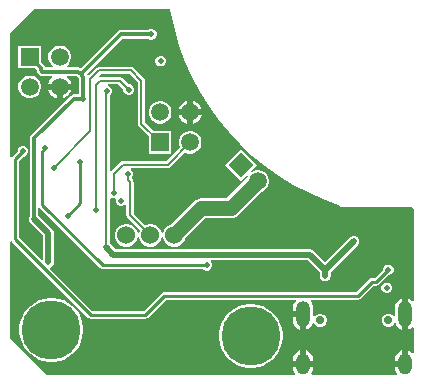
<source format=gbl>
G04*
G04 #@! TF.GenerationSoftware,Altium Limited,Altium Designer,21.9.1 (22)*
G04*
G04 Layer_Physical_Order=2*
G04 Layer_Color=16711680*
%FSLAX25Y25*%
%MOIN*%
G70*
G04*
G04 #@! TF.SameCoordinates,A7415FA3-026C-4748-ABA7-5A76E8C983D3*
G04*
G04*
G04 #@! TF.FilePolarity,Positive*
G04*
G01*
G75*
%ADD12C,0.01000*%
%ADD14C,0.00800*%
%ADD41C,0.05984*%
%ADD42R,0.05984X0.05984*%
%ADD43R,0.05984X0.05984*%
%ADD51C,0.02000*%
%ADD52C,0.01200*%
%ADD53C,0.05000*%
%ADD55C,0.05906*%
%ADD56P,0.08352X4X360.0*%
%ADD57C,0.06000*%
%ADD58O,0.04724X0.08661*%
%ADD59O,0.04724X0.07087*%
%ADD60C,0.02756*%
%ADD61C,0.19685*%
%ADD62C,0.01968*%
G36*
X270758Y390694D02*
X272017Y385295D01*
X273627Y379990D01*
X275580Y374801D01*
X277868Y369751D01*
X280481Y364861D01*
X283409Y360153D01*
X286638Y355647D01*
X290155Y351361D01*
X293945Y347315D01*
X297991Y343525D01*
X302277Y340008D01*
X306784Y336778D01*
X311492Y333851D01*
X316381Y331237D01*
X321431Y328949D01*
X326620Y326996D01*
X327037Y326870D01*
X327574Y326511D01*
X328355Y326356D01*
X350394D01*
X350438Y326364D01*
X350957Y326261D01*
X351435Y325942D01*
X351754Y325464D01*
X351858Y324944D01*
X351849Y324901D01*
Y295157D01*
X351375Y294997D01*
X351341Y295041D01*
X350639Y295580D01*
X349943Y295868D01*
Y290674D01*
Y285481D01*
X350639Y285769D01*
X351341Y286308D01*
X351375Y286352D01*
X351849Y286192D01*
Y277913D01*
X351375Y277752D01*
X351341Y277797D01*
X350639Y278336D01*
X349943Y278624D01*
Y274218D01*
X348943D01*
Y273218D01*
X345552D01*
Y273037D01*
X345668Y272159D01*
X346006Y271341D01*
X346309Y270947D01*
X346062Y270447D01*
X317809D01*
X317562Y270947D01*
X317865Y271341D01*
X318203Y272159D01*
X318319Y273037D01*
Y273218D01*
X311537D01*
Y273037D01*
X311652Y272159D01*
X311991Y271341D01*
X312293Y270947D01*
X312047Y270447D01*
X229339D01*
X217211Y282575D01*
Y314823D01*
X217711Y314975D01*
X217822Y314808D01*
X243110Y289521D01*
X243536Y289236D01*
X244038Y289136D01*
X262251D01*
X262753Y289236D01*
X263179Y289521D01*
X269150Y295492D01*
X312377D01*
X312403Y295414D01*
X312492Y294992D01*
X311991Y294338D01*
X311652Y293521D01*
X311537Y292643D01*
Y291674D01*
X314928D01*
Y290674D01*
X315928D01*
Y285481D01*
X316623Y285769D01*
X317326Y286308D01*
X317865Y287010D01*
X318120Y287626D01*
X318661Y287626D01*
X318722Y287479D01*
X319331Y286870D01*
X320127Y286540D01*
X320988D01*
X321784Y286870D01*
X322393Y287479D01*
X322723Y288275D01*
Y289137D01*
X322393Y289932D01*
X321784Y290542D01*
X320988Y290871D01*
X320127D01*
X319331Y290542D01*
X318819Y290030D01*
X318365Y290154D01*
X318319Y290183D01*
Y292643D01*
X318203Y293521D01*
X317865Y294338D01*
X317363Y294992D01*
X317452Y295414D01*
X317479Y295492D01*
X333106D01*
X333608Y295592D01*
X334034Y295876D01*
X338294Y300136D01*
X339251D01*
X339753Y300236D01*
X340179Y300521D01*
X343335Y303677D01*
X343603D01*
X344254Y303947D01*
X344753Y304445D01*
X345022Y305096D01*
Y305801D01*
X344753Y306452D01*
X344254Y306951D01*
X343603Y307221D01*
X342898D01*
X342247Y306951D01*
X341749Y306452D01*
X341479Y305801D01*
Y305534D01*
X338707Y302761D01*
X337751D01*
X337248Y302661D01*
X336822Y302377D01*
X332562Y298117D01*
X268606D01*
X268104Y298017D01*
X267678Y297732D01*
X261707Y291761D01*
X244582D01*
X230567Y305776D01*
X230565Y305785D01*
X230696Y306309D01*
X230719Y306331D01*
X230914Y306461D01*
X231004Y306498D01*
X231072Y306567D01*
X231289Y306711D01*
X231433Y306928D01*
X231502Y306996D01*
X231539Y307086D01*
X231684Y307303D01*
X231734Y307558D01*
X231772Y307648D01*
Y307745D01*
X231822Y308000D01*
Y317699D01*
X231822Y317699D01*
X231684Y318397D01*
X231289Y318988D01*
X231289Y318988D01*
X226665Y323611D01*
Y325987D01*
X226800Y326082D01*
X227165Y326178D01*
X247322Y306021D01*
X247748Y305736D01*
X248251Y305636D01*
X281558D01*
X281747Y305447D01*
X282398Y305177D01*
X283103D01*
X283754Y305447D01*
X284253Y305945D01*
X284522Y306596D01*
Y307301D01*
X284253Y307952D01*
X284027Y308178D01*
X284234Y308678D01*
X316444D01*
X320428Y304694D01*
Y303449D01*
X320479Y303194D01*
Y303096D01*
X320516Y303007D01*
X320567Y302751D01*
X320711Y302535D01*
X320749Y302445D01*
X320817Y302377D01*
X320962Y302160D01*
X321178Y302016D01*
X321247Y301947D01*
X321337Y301910D01*
X321553Y301765D01*
X321808Y301714D01*
X321898Y301677D01*
X321995D01*
X322251Y301626D01*
X322506Y301677D01*
X322603D01*
X322693Y301714D01*
X322948Y301765D01*
X323164Y301910D01*
X323254Y301947D01*
X323323Y302016D01*
X323539Y302160D01*
X323684Y302377D01*
X323752Y302445D01*
X323790Y302535D01*
X323934Y302751D01*
X323985Y303007D01*
X324022Y303096D01*
Y303194D01*
X324073Y303449D01*
Y304694D01*
X333039Y313660D01*
X333184Y313877D01*
X333253Y313945D01*
X333290Y314035D01*
X333434Y314251D01*
X333485Y314507D01*
X333522Y314596D01*
Y314693D01*
X333573Y314949D01*
X333522Y315204D01*
Y315301D01*
X333485Y315391D01*
X333434Y315646D01*
X333290Y315863D01*
X333253Y315952D01*
X333184Y316021D01*
X333039Y316237D01*
X332823Y316382D01*
X332754Y316451D01*
X332664Y316488D01*
X332448Y316633D01*
X332193Y316683D01*
X332103Y316721D01*
X332006D01*
X331751Y316771D01*
X331495Y316721D01*
X331398D01*
X331308Y316683D01*
X331053Y316633D01*
X330837Y316488D01*
X330747Y316451D01*
X330678Y316382D01*
X330462Y316237D01*
X322251Y308026D01*
X318488Y311789D01*
X317897Y312184D01*
X317199Y312322D01*
X317199Y312322D01*
X252415D01*
X250500Y314237D01*
X250422Y314290D01*
Y329186D01*
X250922Y329441D01*
X251398Y329244D01*
X252103D01*
X252125Y329253D01*
X252508Y328871D01*
X252479Y328801D01*
Y328096D01*
X252749Y327445D01*
X253247Y326947D01*
X253898Y326677D01*
X254603D01*
X255254Y326947D01*
X255501Y327193D01*
X256001Y326986D01*
Y323632D01*
X256000Y323632D01*
X256093Y323169D01*
X256355Y322776D01*
X260536Y318595D01*
X260406Y318370D01*
X260194Y317579D01*
X259677D01*
X259465Y318370D01*
X258966Y319233D01*
X258261Y319938D01*
X257398Y320437D01*
X256434Y320695D01*
X255437D01*
X254474Y320437D01*
X253610Y319938D01*
X252905Y319233D01*
X252406Y318370D01*
X252148Y317406D01*
Y316409D01*
X252406Y315446D01*
X252905Y314582D01*
X253610Y313877D01*
X254474Y313378D01*
X255437Y313120D01*
X256434D01*
X257398Y313378D01*
X258261Y313877D01*
X258966Y314582D01*
X259465Y315446D01*
X259677Y316237D01*
X260194D01*
X260406Y315446D01*
X260905Y314582D01*
X261610Y313877D01*
X262474Y313378D01*
X263437Y313120D01*
X264434D01*
X265398Y313378D01*
X266261Y313877D01*
X266966Y314582D01*
X267465Y315446D01*
X267677Y316237D01*
X268195D01*
X268406Y315446D01*
X268905Y314582D01*
X269610Y313877D01*
X270474Y313378D01*
X271437Y313120D01*
X272434D01*
X273397Y313378D01*
X274261Y313877D01*
X274966Y314582D01*
X275465Y315446D01*
X275575Y315858D01*
X282339Y322621D01*
X290700D01*
X291558Y322734D01*
X292358Y323066D01*
X293044Y323593D01*
X300827Y331376D01*
X301155Y331464D01*
X302008Y331956D01*
X302704Y332652D01*
X303197Y333505D01*
X303451Y334456D01*
Y335441D01*
X303197Y336392D01*
X302704Y337245D01*
X302008Y337942D01*
X301155Y338434D01*
X300204Y338689D01*
X299219D01*
X298268Y338434D01*
X297770Y338147D01*
X297463Y338547D01*
X299433Y340517D01*
X294143Y345806D01*
X288854Y340517D01*
X294143Y335227D01*
X296113Y337197D01*
X296513Y336890D01*
X296226Y336392D01*
X296138Y336065D01*
X289326Y329253D01*
X280965D01*
X280107Y329140D01*
X279307Y328809D01*
X278621Y328282D01*
X270886Y320548D01*
X270474Y320437D01*
X269610Y319938D01*
X268905Y319233D01*
X268406Y318370D01*
X268195Y317579D01*
X267677D01*
X267465Y318370D01*
X266966Y319233D01*
X266261Y319938D01*
X265398Y320437D01*
X264434Y320695D01*
X263437D01*
X262474Y320437D01*
X262248Y320307D01*
X258422Y324134D01*
Y334708D01*
X258330Y335171D01*
X258067Y335564D01*
X258067Y335564D01*
X257802Y335829D01*
Y336221D01*
X257870Y336289D01*
X258139Y336940D01*
Y337645D01*
X257870Y338296D01*
X257427Y338738D01*
X257469Y339001D01*
X257581Y339238D01*
X269711D01*
X269711Y339238D01*
X270175Y339330D01*
X270567Y339593D01*
X275530Y344555D01*
X275752Y344427D01*
X276714Y344169D01*
X277709D01*
X278670Y344427D01*
X279532Y344924D01*
X280236Y345628D01*
X280733Y346490D01*
X280991Y347451D01*
Y348446D01*
X280733Y349408D01*
X280236Y350270D01*
X279532Y350973D01*
X278670Y351471D01*
X277709Y351728D01*
X276714D01*
X275752Y351471D01*
X274890Y350973D01*
X274187Y350270D01*
X273689Y349408D01*
X273432Y348446D01*
Y347451D01*
X273689Y346490D01*
X273818Y346268D01*
X269210Y341659D01*
X254751D01*
X254751Y341659D01*
X254287Y341567D01*
X253894Y341305D01*
X250922Y338332D01*
X250805Y338341D01*
X250422Y338497D01*
Y363577D01*
X250868Y364022D01*
X251137Y364673D01*
Y365378D01*
X250868Y366029D01*
X250369Y366528D01*
X249861Y366738D01*
X249961Y367238D01*
X253289D01*
X254979Y365548D01*
Y365136D01*
X255249Y364485D01*
X255747Y363986D01*
X256398Y363717D01*
X257103D01*
X257754Y363986D01*
X258253Y364485D01*
X258522Y365136D01*
Y365841D01*
X258253Y366492D01*
X257754Y366990D01*
X257103Y367260D01*
X256691D01*
X254646Y369305D01*
X254253Y369567D01*
X253790Y369659D01*
X253790Y369659D01*
X247251D01*
X247036Y369617D01*
X246790Y370078D01*
X247501Y370789D01*
X256998D01*
X259789Y367999D01*
Y354160D01*
X259789Y354160D01*
X259881Y353697D01*
X260144Y353304D01*
X263432Y350016D01*
Y344169D01*
X270991D01*
Y351728D01*
X265144D01*
X262211Y354661D01*
Y368500D01*
X262211Y368500D01*
X262119Y368963D01*
X261856Y369356D01*
X261856Y369356D01*
X258356Y372856D01*
X257963Y373118D01*
X257500Y373211D01*
X257500Y373211D01*
X247000D01*
X247000Y373211D01*
X246537Y373118D01*
X246144Y372856D01*
X243584Y370296D01*
X243077Y370427D01*
X242936Y370820D01*
X254650Y382534D01*
X263160D01*
X263247Y382447D01*
X263898Y382177D01*
X264603D01*
X265254Y382447D01*
X265753Y382945D01*
X266022Y383596D01*
Y384301D01*
X265753Y384952D01*
X265254Y385451D01*
X264603Y385720D01*
X263898D01*
X263247Y385451D01*
X263160Y385363D01*
X254065D01*
X253523Y385256D01*
X253064Y384949D01*
X240770Y372654D01*
X240541Y372807D01*
X240000Y372915D01*
X236188D01*
X236054Y373415D01*
X236071Y373424D01*
X236775Y374128D01*
X237273Y374990D01*
X237530Y375951D01*
Y376946D01*
X237273Y377908D01*
X236775Y378769D01*
X236071Y379473D01*
X235209Y379971D01*
X234248Y380228D01*
X233253D01*
X232292Y379971D01*
X231430Y379473D01*
X230726Y378769D01*
X230229Y377908D01*
X229971Y376946D01*
Y375951D01*
X230229Y374990D01*
X230726Y374128D01*
X231430Y373424D01*
X231447Y373415D01*
X231313Y372915D01*
X228874D01*
X228809Y373238D01*
X228503Y373697D01*
X227530Y374670D01*
Y380228D01*
X219971D01*
Y372669D01*
X225530D01*
X226088Y372111D01*
Y371998D01*
X226195Y371456D01*
X226502Y370997D01*
X227000Y370500D01*
X227459Y370193D01*
X228000Y370085D01*
X231160D01*
X231241Y369585D01*
X230556Y368900D01*
X230030Y367990D01*
X229886Y367449D01*
X233751D01*
X237616D01*
X237471Y367990D01*
X236945Y368900D01*
X236260Y369585D01*
X236342Y370085D01*
X239414D01*
X240201Y369298D01*
Y363915D01*
X238500D01*
X237959Y363807D01*
X237500Y363500D01*
X224250Y350251D01*
X223944Y349792D01*
X223836Y349251D01*
Y323549D01*
X223817Y323521D01*
X223749Y323452D01*
X223711Y323363D01*
X223567Y323146D01*
X223516Y322891D01*
X223479Y322801D01*
Y322704D01*
X223428Y322449D01*
X223479Y322194D01*
Y322096D01*
X223516Y322007D01*
X223567Y321751D01*
X223711Y321535D01*
X223749Y321445D01*
X223817Y321377D01*
X223962Y321160D01*
X228178Y316945D01*
Y308819D01*
X227716Y308627D01*
X220063Y316280D01*
Y341707D01*
X221585Y343228D01*
X221852D01*
X222504Y343498D01*
X223002Y343996D01*
X223272Y344648D01*
Y345352D01*
X223002Y346004D01*
X222504Y346502D01*
X221852Y346772D01*
X221148D01*
X220496Y346502D01*
X219998Y346004D01*
X219728Y345352D01*
Y345085D01*
X217822Y343179D01*
X217711Y343012D01*
X217211Y343164D01*
Y384327D01*
X225305Y392422D01*
X270473D01*
X270758Y390694D01*
D02*
G37*
%LPC*%
G36*
X267739Y376784D02*
X267034D01*
X266383Y376515D01*
X265884Y376016D01*
X265615Y375365D01*
Y374660D01*
X265884Y374009D01*
X266383Y373511D01*
X267034Y373241D01*
X267739D01*
X268390Y373511D01*
X268888Y374009D01*
X269158Y374660D01*
Y375365D01*
X268888Y376016D01*
X268390Y376515D01*
X267739Y376784D01*
D02*
G37*
G36*
X224248Y370228D02*
X223253D01*
X222292Y369971D01*
X221430Y369473D01*
X220726Y368770D01*
X220229Y367908D01*
X219971Y366946D01*
Y365951D01*
X220229Y364990D01*
X220726Y364128D01*
X221430Y363424D01*
X222292Y362927D01*
X223253Y362669D01*
X224248D01*
X225209Y362927D01*
X226071Y363424D01*
X226775Y364128D01*
X227273Y364990D01*
X227530Y365951D01*
Y366946D01*
X227273Y367908D01*
X226775Y368770D01*
X226071Y369473D01*
X225209Y369971D01*
X224248Y370228D01*
D02*
G37*
G36*
X237616Y365449D02*
X234751D01*
Y362584D01*
X235292Y362729D01*
X236202Y363254D01*
X236945Y363998D01*
X237471Y364908D01*
X237616Y365449D01*
D02*
G37*
G36*
X232751D02*
X229886D01*
X230030Y364908D01*
X230556Y363998D01*
X231299Y363254D01*
X232210Y362729D01*
X232751Y362584D01*
Y365449D01*
D02*
G37*
G36*
X278211Y361814D02*
Y358949D01*
X281076D01*
X280931Y359490D01*
X280406Y360400D01*
X279662Y361143D01*
X278752Y361669D01*
X278211Y361814D01*
D02*
G37*
G36*
X276211D02*
X275670Y361669D01*
X274760Y361143D01*
X274017Y360400D01*
X273491Y359490D01*
X273346Y358949D01*
X276211D01*
Y361814D01*
D02*
G37*
G36*
X267709Y361728D02*
X266714D01*
X265752Y361471D01*
X264891Y360973D01*
X264187Y360269D01*
X263689Y359408D01*
X263432Y358446D01*
Y357451D01*
X263689Y356490D01*
X264187Y355628D01*
X264891Y354924D01*
X265752Y354427D01*
X266714Y354169D01*
X267709D01*
X268670Y354427D01*
X269532Y354924D01*
X270236Y355628D01*
X270733Y356490D01*
X270991Y357451D01*
Y358446D01*
X270733Y359408D01*
X270236Y360269D01*
X269532Y360973D01*
X268670Y361471D01*
X267709Y361728D01*
D02*
G37*
G36*
X281076Y356949D02*
X278211D01*
Y354084D01*
X278752Y354229D01*
X279662Y354754D01*
X280406Y355498D01*
X280931Y356408D01*
X281076Y356949D01*
D02*
G37*
G36*
X276211D02*
X273346D01*
X273491Y356408D01*
X274017Y355498D01*
X274760Y354754D01*
X275670Y354229D01*
X276211Y354084D01*
Y356949D01*
D02*
G37*
G36*
X343103Y301220D02*
X342398D01*
X341747Y300951D01*
X341249Y300452D01*
X340979Y299801D01*
Y299096D01*
X341249Y298445D01*
X341747Y297947D01*
X342398Y297677D01*
X343103D01*
X343754Y297947D01*
X344252Y298445D01*
X344522Y299096D01*
Y299801D01*
X344252Y300452D01*
X343754Y300951D01*
X343103Y301220D01*
D02*
G37*
G36*
X347943Y295868D02*
X347248Y295580D01*
X346545Y295041D01*
X346006Y294338D01*
X345668Y293521D01*
X345552Y292643D01*
Y290183D01*
X345507Y290155D01*
X345052Y290030D01*
X344540Y290542D01*
X343744Y290871D01*
X342883D01*
X342087Y290542D01*
X341478Y289932D01*
X341148Y289137D01*
Y288275D01*
X341478Y287479D01*
X342087Y286870D01*
X342883Y286540D01*
X343744D01*
X344540Y286870D01*
X345149Y287479D01*
X345210Y287626D01*
X345751Y287626D01*
X346006Y287010D01*
X346545Y286308D01*
X347248Y285769D01*
X347943Y285481D01*
Y290674D01*
Y295868D01*
D02*
G37*
G36*
X313928Y289674D02*
X311537D01*
Y288706D01*
X311652Y287828D01*
X311991Y287010D01*
X312530Y286308D01*
X313232Y285769D01*
X313928Y285481D01*
Y289674D01*
D02*
G37*
G36*
X347943Y278624D02*
X347248Y278336D01*
X346545Y277797D01*
X346006Y277095D01*
X345668Y276277D01*
X345552Y275399D01*
Y275218D01*
X347943D01*
Y278624D01*
D02*
G37*
G36*
X315928D02*
Y275218D01*
X318319D01*
Y275399D01*
X318203Y276277D01*
X317865Y277095D01*
X317326Y277797D01*
X316623Y278336D01*
X315928Y278624D01*
D02*
G37*
G36*
X313928D02*
X313232Y278336D01*
X312530Y277797D01*
X311991Y277095D01*
X311652Y276277D01*
X311537Y275399D01*
Y275218D01*
X313928D01*
Y278624D01*
D02*
G37*
G36*
X231772Y296038D02*
X230099D01*
X228447Y295776D01*
X226855Y295259D01*
X225364Y294499D01*
X224011Y293516D01*
X222828Y292333D01*
X221844Y290979D01*
X221084Y289488D01*
X220567Y287897D01*
X220306Y286244D01*
Y284571D01*
X220567Y282919D01*
X221084Y281327D01*
X221844Y279836D01*
X222828Y278483D01*
X224011Y277300D01*
X225364Y276316D01*
X226855Y275556D01*
X228447Y275040D01*
X230099Y274778D01*
X231772D01*
X233425Y275040D01*
X235016Y275556D01*
X236507Y276316D01*
X237861Y277300D01*
X239044Y278483D01*
X240027Y279836D01*
X240787Y281327D01*
X241304Y282919D01*
X241566Y284571D01*
Y286244D01*
X241304Y287897D01*
X240787Y289488D01*
X240027Y290979D01*
X239044Y292333D01*
X237861Y293516D01*
X236507Y294499D01*
X235016Y295259D01*
X233425Y295776D01*
X231772Y296038D01*
D02*
G37*
G36*
X298272Y294038D02*
X296599D01*
X294947Y293776D01*
X293355Y293259D01*
X291864Y292499D01*
X290511Y291516D01*
X289328Y290333D01*
X288344Y288979D01*
X287584Y287488D01*
X287068Y285897D01*
X286806Y284244D01*
Y282571D01*
X287068Y280919D01*
X287584Y279327D01*
X288344Y277836D01*
X289328Y276483D01*
X290511Y275300D01*
X291864Y274316D01*
X293355Y273556D01*
X294947Y273040D01*
X296599Y272778D01*
X298272D01*
X299925Y273040D01*
X301516Y273556D01*
X303007Y274316D01*
X304361Y275300D01*
X305544Y276483D01*
X306527Y277836D01*
X307287Y279327D01*
X307804Y280919D01*
X308066Y282571D01*
Y284244D01*
X307804Y285897D01*
X307287Y287488D01*
X306527Y288979D01*
X305544Y290333D01*
X304361Y291516D01*
X303007Y292499D01*
X301516Y293259D01*
X299925Y293776D01*
X298272Y294038D01*
D02*
G37*
%LPD*%
D12*
X244038Y290449D02*
X262251D01*
X218751Y315736D02*
X244038Y290449D01*
X218751Y315736D02*
Y342251D01*
X221500Y345000D01*
X228751Y345687D02*
Y345949D01*
X228000Y327199D02*
Y344936D01*
Y327199D02*
X248251Y306949D01*
X228000Y344936D02*
X228751Y345687D01*
X240609Y327609D02*
Y341391D01*
X236500Y323500D02*
X240609Y327609D01*
X240500Y341500D02*
X240609Y341391D01*
X339251Y301449D02*
X343251Y305449D01*
X337751Y301449D02*
X339251D01*
X333106Y296804D02*
X337751Y301449D01*
X268606Y296804D02*
X333106D01*
X262251Y290449D02*
X268606Y296804D01*
X248251Y306949D02*
X282751D01*
D14*
X231751Y339449D02*
X244000Y351698D01*
Y369000D01*
X247000Y372000D01*
X245711Y325449D02*
Y366910D01*
X247251Y368449D01*
X249211Y312949D02*
Y364988D01*
X249174Y365026D02*
X249211Y364988D01*
X254751Y340449D02*
X269711D01*
X277211Y347949D01*
X251751Y337449D02*
X254751Y340449D01*
X253790Y368449D02*
X256751Y365488D01*
X247251Y368449D02*
X253790D01*
X257211Y323632D02*
X263936Y316908D01*
X261000Y354160D02*
X267211Y347949D01*
X261000Y354160D02*
Y368500D01*
X257500Y372000D02*
X261000Y368500D01*
X247000Y372000D02*
X257500D01*
X257211Y323632D02*
Y334708D01*
X256591Y335328D02*
X257211Y334708D01*
X256368Y337292D02*
X256591Y337069D01*
X251751Y331016D02*
Y337449D01*
X256591Y335328D02*
Y337069D01*
D41*
X267211Y357949D02*
D03*
X277211D02*
D03*
Y347949D02*
D03*
X233751Y376449D02*
D03*
Y366449D02*
D03*
X223751D02*
D03*
D42*
X267211Y347949D02*
D03*
D43*
X223751Y376449D02*
D03*
D51*
X230000Y308000D02*
Y317699D01*
X225251Y322449D02*
X230000Y317699D01*
X249211Y312949D02*
X251660Y310500D01*
X317199D02*
X322251Y305449D01*
X251660Y310500D02*
X317199D01*
X322251Y305449D02*
X331751Y314949D01*
X322251Y303449D02*
Y305449D01*
D52*
X238500Y362500D02*
X241616D01*
X225251Y349251D02*
X238500Y362500D01*
X225251Y322449D02*
Y349251D01*
X240808Y370692D02*
X241616Y369884D01*
X240000Y371500D02*
X240808Y370692D01*
X254065Y383949D01*
X264251D01*
X227502Y371998D02*
X228000Y371500D01*
X223751Y376449D02*
X227502Y372697D01*
Y371998D02*
Y372697D01*
X228000Y371500D02*
X240000D01*
X241616Y362500D02*
Y369884D01*
D53*
X280965Y325937D02*
X290700D01*
X271936Y316908D02*
X280965Y325937D01*
X290700D02*
X299711Y334949D01*
D55*
D03*
D56*
X294143Y340517D02*
D03*
D57*
X255936Y316908D02*
D03*
X263936D02*
D03*
X271936D02*
D03*
D58*
X348943Y290674D02*
D03*
X314928D02*
D03*
D59*
Y274218D02*
D03*
X348943D02*
D03*
D60*
X320558Y288706D02*
D03*
X343314D02*
D03*
D61*
X230936Y285408D02*
D03*
X297436Y283408D02*
D03*
D62*
X342520Y318898D02*
D03*
X348425Y283465D02*
D03*
X342520Y271654D02*
D03*
X330709Y318898D02*
D03*
X336614Y283465D02*
D03*
X330709Y271654D02*
D03*
X318898Y318898D02*
D03*
X324803Y283465D02*
D03*
X312992Y330709D02*
D03*
X307086Y318898D02*
D03*
X312992Y283465D02*
D03*
X307086Y271654D02*
D03*
X295275Y318898D02*
D03*
Y271654D02*
D03*
X283465Y342520D02*
D03*
Y318898D02*
D03*
Y271654D02*
D03*
X271654Y366142D02*
D03*
X277559Y283465D02*
D03*
X271654Y271654D02*
D03*
X259842Y295275D02*
D03*
X265748Y283465D02*
D03*
X259842Y271654D02*
D03*
X248031Y295275D02*
D03*
X253937Y283465D02*
D03*
X248031Y271654D02*
D03*
X242126Y377953D02*
D03*
X236220Y271654D02*
D03*
X224409Y318898D02*
D03*
Y295275D02*
D03*
X230000Y308000D02*
D03*
X221500Y345000D02*
D03*
X241616Y362500D02*
D03*
X236500Y323500D02*
D03*
X240500Y341500D02*
D03*
X343251Y305449D02*
D03*
X225251Y322449D02*
D03*
X267386Y375013D02*
D03*
X264251Y383949D02*
D03*
X228751Y345949D02*
D03*
X254251Y328449D02*
D03*
X282751Y306949D02*
D03*
X331751Y314949D02*
D03*
X322251Y303449D02*
D03*
X231751Y339449D02*
D03*
X342751Y299449D02*
D03*
X256751Y365488D02*
D03*
X245711Y325449D02*
D03*
X249366Y365026D02*
D03*
X249211Y312949D02*
D03*
X251751Y331016D02*
D03*
X256368Y337292D02*
D03*
M02*

</source>
